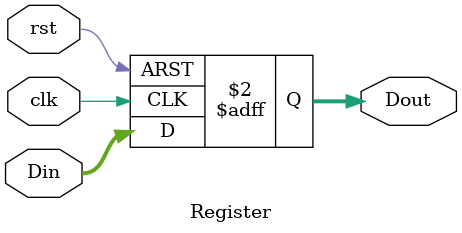
<source format=v>
`timescale 1ns / 1ps

module MAC( clk ,rst, Trunc0 , Trunc1 , Trunc2 , Trunc3, A ,B, Mac_out );

input clk ,rst ;
input Trunc0 , Trunc1 , Trunc2 , Trunc3 ;
input [7:0] A ,B ;

output [15:0] Mac_out ;

wire [15 :0] Product , Add_out ;

Approximate_Multiplier inst1( .A(A) , .B(B) , .Trunc0(Trunc0) , .Trunc1(Trunc1) , .Trunc2(Trunc2) , .Trunc3(Trunc3) , .Product(Product) );

RCA inst2( .A(Product),.B(Mac_out),.Cin(1'b0),.Sum(Add_out),.Carry(go)) ;

Register inst3( .clk(clk) ,.rst(rst) , .Din(Add_out) ,.Dout(Mac_out) ) ;

endmodule

//ADDER
module RCA(A,B,Cin,Sum,Carry) ;

input [15:0] A,B ;
input Cin ;

output [15:0] Sum ;
output Carry ;

full_adder fa1( .a(A[0]) , .b(B[0]) , .c(Cin) , .sum(Sum[0]) , .carry(c1) ) ;
full_adder fa2( .a(A[1]) , .b(B[1]) , .c(c1) , .sum(Sum[1]) , .carry(c2) ) ;
full_adder fa3( .a(A[2]) , .b(B[2]) , .c(c2) , .sum(Sum[2]) , .carry(c3) ) ;
full_adder fa4( .a(A[3]) , .b(B[3]) , .c(c3) , .sum(Sum[3]) , .carry(c4) ) ;

full_adder fa5( .a(A[4]) , .b(B[4]) , .c(c4) , .sum(Sum[4]) , .carry(c5) ) ;
full_adder fa6( .a(A[5]) , .b(B[5]) , .c(c5) , .sum(Sum[5]) , .carry(c6) ) ;
full_adder fa7( .a(A[6]) , .b(B[6]) , .c(c6) , .sum(Sum[6]) , .carry(c7) ) ;
full_adder fa8( .a(A[7]) , .b(B[7]) , .c(c7) , .sum(Sum[7]) , .carry(c8) ) ;

full_adder fa9( .a(A[8]) , .b(B[8]) , .c(c8) , .sum(Sum[8]) , .carry(c9) ) ;
full_adder fa10( .a(A[9]) , .b(B[9]) , .c(c9) , .sum(Sum[9]) , .carry(c10) ) ;
full_adder fa11( .a(A[10]) , .b(B[10]) , .c(c10) , .sum(Sum[10]) , .carry(c11) ) ;
full_adder fa12( .a(A[11]) , .b(B[11]) , .c(c11) , .sum(Sum[11]) , .carry(c12) ) ;

full_adder fa13( .a(A[12]) , .b(B[12]) , .c(c12) , .sum(Sum[12]) , .carry(c13) ) ;
full_adder fa14( .a(A[13]) , .b(B[13]) , .c(c13) , .sum(Sum[13]) , .carry(c14) ) ;
full_adder fa15( .a(A[14]) , .b(B[14]) , .c(c14) , .sum(Sum[14]) , .carry(c15) ) ;
full_adder fa16( .a(A[15]) , .b(B[15]) , .c(c15) , .sum(Sum[15]) , .carry(Carry) ) ;


endmodule 

//register

module Register( clk ,rst , Din ,Dout ) ;

input clk ,rst  ;
input [15:0] Din  ;

output reg[15:0] Dout  ;

always @(posedge clk or posedge rst)

begin
	if(rst) Dout <= 0 ;
	else Dout <= Din ;

end

endmodule 
</source>
